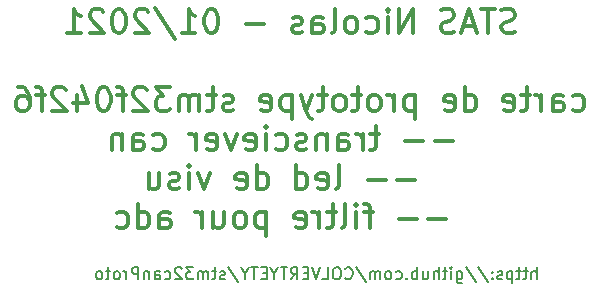
<source format=gbr>
G04 #@! TF.GenerationSoftware,KiCad,Pcbnew,5.1.5+dfsg1-2build2*
G04 #@! TF.CreationDate,2020-12-30T20:24:06+01:00*
G04 #@! TF.ProjectId,stm32f0can,73746d33-3266-4306-9361-6e2e6b696361,rev?*
G04 #@! TF.SameCoordinates,Original*
G04 #@! TF.FileFunction,Legend,Bot*
G04 #@! TF.FilePolarity,Positive*
%FSLAX46Y46*%
G04 Gerber Fmt 4.6, Leading zero omitted, Abs format (unit mm)*
G04 Created by KiCad (PCBNEW 5.1.5+dfsg1-2build2) date 2020-12-30 20:24:06*
%MOMM*%
%LPD*%
G04 APERTURE LIST*
%ADD10C,0.150000*%
%ADD11C,0.300000*%
G04 APERTURE END LIST*
D10*
X149556047Y-127299980D02*
X149556047Y-126299980D01*
X149127476Y-127299980D02*
X149127476Y-126776171D01*
X149175095Y-126680933D01*
X149270333Y-126633314D01*
X149413190Y-126633314D01*
X149508428Y-126680933D01*
X149556047Y-126728552D01*
X148794142Y-126633314D02*
X148413190Y-126633314D01*
X148651285Y-126299980D02*
X148651285Y-127157123D01*
X148603666Y-127252361D01*
X148508428Y-127299980D01*
X148413190Y-127299980D01*
X148222714Y-126633314D02*
X147841761Y-126633314D01*
X148079857Y-126299980D02*
X148079857Y-127157123D01*
X148032238Y-127252361D01*
X147937000Y-127299980D01*
X147841761Y-127299980D01*
X147508428Y-126633314D02*
X147508428Y-127633314D01*
X147508428Y-126680933D02*
X147413190Y-126633314D01*
X147222714Y-126633314D01*
X147127476Y-126680933D01*
X147079857Y-126728552D01*
X147032238Y-126823790D01*
X147032238Y-127109504D01*
X147079857Y-127204742D01*
X147127476Y-127252361D01*
X147222714Y-127299980D01*
X147413190Y-127299980D01*
X147508428Y-127252361D01*
X146651285Y-127252361D02*
X146556047Y-127299980D01*
X146365571Y-127299980D01*
X146270333Y-127252361D01*
X146222714Y-127157123D01*
X146222714Y-127109504D01*
X146270333Y-127014266D01*
X146365571Y-126966647D01*
X146508428Y-126966647D01*
X146603666Y-126919028D01*
X146651285Y-126823790D01*
X146651285Y-126776171D01*
X146603666Y-126680933D01*
X146508428Y-126633314D01*
X146365571Y-126633314D01*
X146270333Y-126680933D01*
X145794142Y-127204742D02*
X145746523Y-127252361D01*
X145794142Y-127299980D01*
X145841761Y-127252361D01*
X145794142Y-127204742D01*
X145794142Y-127299980D01*
X145794142Y-126680933D02*
X145746523Y-126728552D01*
X145794142Y-126776171D01*
X145841761Y-126728552D01*
X145794142Y-126680933D01*
X145794142Y-126776171D01*
X144603666Y-126252361D02*
X145460809Y-127538076D01*
X143556047Y-126252361D02*
X144413190Y-127538076D01*
X142794142Y-126633314D02*
X142794142Y-127442838D01*
X142841761Y-127538076D01*
X142889380Y-127585695D01*
X142984619Y-127633314D01*
X143127476Y-127633314D01*
X143222714Y-127585695D01*
X142794142Y-127252361D02*
X142889380Y-127299980D01*
X143079857Y-127299980D01*
X143175095Y-127252361D01*
X143222714Y-127204742D01*
X143270333Y-127109504D01*
X143270333Y-126823790D01*
X143222714Y-126728552D01*
X143175095Y-126680933D01*
X143079857Y-126633314D01*
X142889380Y-126633314D01*
X142794142Y-126680933D01*
X142317952Y-127299980D02*
X142317952Y-126633314D01*
X142317952Y-126299980D02*
X142365571Y-126347600D01*
X142317952Y-126395219D01*
X142270333Y-126347600D01*
X142317952Y-126299980D01*
X142317952Y-126395219D01*
X141984619Y-126633314D02*
X141603666Y-126633314D01*
X141841761Y-126299980D02*
X141841761Y-127157123D01*
X141794142Y-127252361D01*
X141698904Y-127299980D01*
X141603666Y-127299980D01*
X141270333Y-127299980D02*
X141270333Y-126299980D01*
X140841761Y-127299980D02*
X140841761Y-126776171D01*
X140889380Y-126680933D01*
X140984619Y-126633314D01*
X141127476Y-126633314D01*
X141222714Y-126680933D01*
X141270333Y-126728552D01*
X139937000Y-126633314D02*
X139937000Y-127299980D01*
X140365571Y-126633314D02*
X140365571Y-127157123D01*
X140317952Y-127252361D01*
X140222714Y-127299980D01*
X140079857Y-127299980D01*
X139984619Y-127252361D01*
X139937000Y-127204742D01*
X139460809Y-127299980D02*
X139460809Y-126299980D01*
X139460809Y-126680933D02*
X139365571Y-126633314D01*
X139175095Y-126633314D01*
X139079857Y-126680933D01*
X139032238Y-126728552D01*
X138984619Y-126823790D01*
X138984619Y-127109504D01*
X139032238Y-127204742D01*
X139079857Y-127252361D01*
X139175095Y-127299980D01*
X139365571Y-127299980D01*
X139460809Y-127252361D01*
X138556047Y-127204742D02*
X138508428Y-127252361D01*
X138556047Y-127299980D01*
X138603666Y-127252361D01*
X138556047Y-127204742D01*
X138556047Y-127299980D01*
X137651285Y-127252361D02*
X137746523Y-127299980D01*
X137937000Y-127299980D01*
X138032238Y-127252361D01*
X138079857Y-127204742D01*
X138127476Y-127109504D01*
X138127476Y-126823790D01*
X138079857Y-126728552D01*
X138032238Y-126680933D01*
X137937000Y-126633314D01*
X137746523Y-126633314D01*
X137651285Y-126680933D01*
X137079857Y-127299980D02*
X137175095Y-127252361D01*
X137222714Y-127204742D01*
X137270333Y-127109504D01*
X137270333Y-126823790D01*
X137222714Y-126728552D01*
X137175095Y-126680933D01*
X137079857Y-126633314D01*
X136937000Y-126633314D01*
X136841761Y-126680933D01*
X136794142Y-126728552D01*
X136746523Y-126823790D01*
X136746523Y-127109504D01*
X136794142Y-127204742D01*
X136841761Y-127252361D01*
X136937000Y-127299980D01*
X137079857Y-127299980D01*
X136317952Y-127299980D02*
X136317952Y-126633314D01*
X136317952Y-126728552D02*
X136270333Y-126680933D01*
X136175095Y-126633314D01*
X136032238Y-126633314D01*
X135937000Y-126680933D01*
X135889380Y-126776171D01*
X135889380Y-127299980D01*
X135889380Y-126776171D02*
X135841761Y-126680933D01*
X135746523Y-126633314D01*
X135603666Y-126633314D01*
X135508428Y-126680933D01*
X135460809Y-126776171D01*
X135460809Y-127299980D01*
X134270333Y-126252361D02*
X135127476Y-127538076D01*
X133365571Y-127204742D02*
X133413190Y-127252361D01*
X133556047Y-127299980D01*
X133651285Y-127299980D01*
X133794142Y-127252361D01*
X133889380Y-127157123D01*
X133937000Y-127061885D01*
X133984619Y-126871409D01*
X133984619Y-126728552D01*
X133937000Y-126538076D01*
X133889380Y-126442838D01*
X133794142Y-126347600D01*
X133651285Y-126299980D01*
X133556047Y-126299980D01*
X133413190Y-126347600D01*
X133365571Y-126395219D01*
X132746523Y-126299980D02*
X132556047Y-126299980D01*
X132460809Y-126347600D01*
X132365571Y-126442838D01*
X132317952Y-126633314D01*
X132317952Y-126966647D01*
X132365571Y-127157123D01*
X132460809Y-127252361D01*
X132556047Y-127299980D01*
X132746523Y-127299980D01*
X132841761Y-127252361D01*
X132937000Y-127157123D01*
X132984619Y-126966647D01*
X132984619Y-126633314D01*
X132937000Y-126442838D01*
X132841761Y-126347600D01*
X132746523Y-126299980D01*
X131413190Y-127299980D02*
X131889380Y-127299980D01*
X131889380Y-126299980D01*
X131222714Y-126299980D02*
X130889380Y-127299980D01*
X130556047Y-126299980D01*
X130222714Y-126776171D02*
X129889380Y-126776171D01*
X129746523Y-127299980D02*
X130222714Y-127299980D01*
X130222714Y-126299980D01*
X129746523Y-126299980D01*
X128746523Y-127299980D02*
X129079857Y-126823790D01*
X129317952Y-127299980D02*
X129317952Y-126299980D01*
X128937000Y-126299980D01*
X128841761Y-126347600D01*
X128794142Y-126395219D01*
X128746523Y-126490457D01*
X128746523Y-126633314D01*
X128794142Y-126728552D01*
X128841761Y-126776171D01*
X128937000Y-126823790D01*
X129317952Y-126823790D01*
X128460809Y-126299980D02*
X127889380Y-126299980D01*
X128175095Y-127299980D02*
X128175095Y-126299980D01*
X127365571Y-126823790D02*
X127365571Y-127299980D01*
X127698904Y-126299980D02*
X127365571Y-126823790D01*
X127032238Y-126299980D01*
X126698904Y-126776171D02*
X126365571Y-126776171D01*
X126222714Y-127299980D02*
X126698904Y-127299980D01*
X126698904Y-126299980D01*
X126222714Y-126299980D01*
X125937000Y-126299980D02*
X125365571Y-126299980D01*
X125651285Y-127299980D02*
X125651285Y-126299980D01*
X124841761Y-126823790D02*
X124841761Y-127299980D01*
X125175095Y-126299980D02*
X124841761Y-126823790D01*
X124508428Y-126299980D01*
X123460809Y-126252361D02*
X124317952Y-127538076D01*
X123175095Y-127252361D02*
X123079857Y-127299980D01*
X122889380Y-127299980D01*
X122794142Y-127252361D01*
X122746523Y-127157123D01*
X122746523Y-127109504D01*
X122794142Y-127014266D01*
X122889380Y-126966647D01*
X123032238Y-126966647D01*
X123127476Y-126919028D01*
X123175095Y-126823790D01*
X123175095Y-126776171D01*
X123127476Y-126680933D01*
X123032238Y-126633314D01*
X122889380Y-126633314D01*
X122794142Y-126680933D01*
X122460809Y-126633314D02*
X122079857Y-126633314D01*
X122317952Y-126299980D02*
X122317952Y-127157123D01*
X122270333Y-127252361D01*
X122175095Y-127299980D01*
X122079857Y-127299980D01*
X121746523Y-127299980D02*
X121746523Y-126633314D01*
X121746523Y-126728552D02*
X121698904Y-126680933D01*
X121603666Y-126633314D01*
X121460809Y-126633314D01*
X121365571Y-126680933D01*
X121317952Y-126776171D01*
X121317952Y-127299980D01*
X121317952Y-126776171D02*
X121270333Y-126680933D01*
X121175095Y-126633314D01*
X121032238Y-126633314D01*
X120937000Y-126680933D01*
X120889380Y-126776171D01*
X120889380Y-127299980D01*
X120508428Y-126299980D02*
X119889380Y-126299980D01*
X120222714Y-126680933D01*
X120079857Y-126680933D01*
X119984619Y-126728552D01*
X119937000Y-126776171D01*
X119889380Y-126871409D01*
X119889380Y-127109504D01*
X119937000Y-127204742D01*
X119984619Y-127252361D01*
X120079857Y-127299980D01*
X120365571Y-127299980D01*
X120460809Y-127252361D01*
X120508428Y-127204742D01*
X119508428Y-126395219D02*
X119460809Y-126347600D01*
X119365571Y-126299980D01*
X119127476Y-126299980D01*
X119032238Y-126347600D01*
X118984619Y-126395219D01*
X118937000Y-126490457D01*
X118937000Y-126585695D01*
X118984619Y-126728552D01*
X119556047Y-127299980D01*
X118937000Y-127299980D01*
X118079857Y-127252361D02*
X118175095Y-127299980D01*
X118365571Y-127299980D01*
X118460809Y-127252361D01*
X118508428Y-127204742D01*
X118556047Y-127109504D01*
X118556047Y-126823790D01*
X118508428Y-126728552D01*
X118460809Y-126680933D01*
X118365571Y-126633314D01*
X118175095Y-126633314D01*
X118079857Y-126680933D01*
X117222714Y-127299980D02*
X117222714Y-126776171D01*
X117270333Y-126680933D01*
X117365571Y-126633314D01*
X117556047Y-126633314D01*
X117651285Y-126680933D01*
X117222714Y-127252361D02*
X117317952Y-127299980D01*
X117556047Y-127299980D01*
X117651285Y-127252361D01*
X117698904Y-127157123D01*
X117698904Y-127061885D01*
X117651285Y-126966647D01*
X117556047Y-126919028D01*
X117317952Y-126919028D01*
X117222714Y-126871409D01*
X116746523Y-126633314D02*
X116746523Y-127299980D01*
X116746523Y-126728552D02*
X116698904Y-126680933D01*
X116603666Y-126633314D01*
X116460809Y-126633314D01*
X116365571Y-126680933D01*
X116317952Y-126776171D01*
X116317952Y-127299980D01*
X115841761Y-127299980D02*
X115841761Y-126299980D01*
X115460809Y-126299980D01*
X115365571Y-126347600D01*
X115317952Y-126395219D01*
X115270333Y-126490457D01*
X115270333Y-126633314D01*
X115317952Y-126728552D01*
X115365571Y-126776171D01*
X115460809Y-126823790D01*
X115841761Y-126823790D01*
X114841761Y-127299980D02*
X114841761Y-126633314D01*
X114841761Y-126823790D02*
X114794142Y-126728552D01*
X114746523Y-126680933D01*
X114651285Y-126633314D01*
X114556047Y-126633314D01*
X114079857Y-127299980D02*
X114175095Y-127252361D01*
X114222714Y-127204742D01*
X114270333Y-127109504D01*
X114270333Y-126823790D01*
X114222714Y-126728552D01*
X114175095Y-126680933D01*
X114079857Y-126633314D01*
X113937000Y-126633314D01*
X113841761Y-126680933D01*
X113794142Y-126728552D01*
X113746523Y-126823790D01*
X113746523Y-127109504D01*
X113794142Y-127204742D01*
X113841761Y-127252361D01*
X113937000Y-127299980D01*
X114079857Y-127299980D01*
X113460809Y-126633314D02*
X113079857Y-126633314D01*
X113317952Y-126299980D02*
X113317952Y-127157123D01*
X113270333Y-127252361D01*
X113175095Y-127299980D01*
X113079857Y-127299980D01*
X112603666Y-127299980D02*
X112698904Y-127252361D01*
X112746523Y-127204742D01*
X112794142Y-127109504D01*
X112794142Y-126823790D01*
X112746523Y-126728552D01*
X112698904Y-126680933D01*
X112603666Y-126633314D01*
X112460809Y-126633314D01*
X112365571Y-126680933D01*
X112317952Y-126728552D01*
X112270333Y-126823790D01*
X112270333Y-127109504D01*
X112317952Y-127204742D01*
X112365571Y-127252361D01*
X112460809Y-127299980D01*
X112603666Y-127299980D01*
D11*
X147730380Y-106351523D02*
X147444666Y-106446761D01*
X146968476Y-106446761D01*
X146778000Y-106351523D01*
X146682761Y-106256285D01*
X146587523Y-106065809D01*
X146587523Y-105875333D01*
X146682761Y-105684857D01*
X146778000Y-105589619D01*
X146968476Y-105494380D01*
X147349428Y-105399142D01*
X147539904Y-105303904D01*
X147635142Y-105208666D01*
X147730380Y-105018190D01*
X147730380Y-104827714D01*
X147635142Y-104637238D01*
X147539904Y-104542000D01*
X147349428Y-104446761D01*
X146873238Y-104446761D01*
X146587523Y-104542000D01*
X146016095Y-104446761D02*
X144873238Y-104446761D01*
X145444666Y-106446761D02*
X145444666Y-104446761D01*
X144301809Y-105875333D02*
X143349428Y-105875333D01*
X144492285Y-106446761D02*
X143825619Y-104446761D01*
X143158952Y-106446761D01*
X142587523Y-106351523D02*
X142301809Y-106446761D01*
X141825619Y-106446761D01*
X141635142Y-106351523D01*
X141539904Y-106256285D01*
X141444666Y-106065809D01*
X141444666Y-105875333D01*
X141539904Y-105684857D01*
X141635142Y-105589619D01*
X141825619Y-105494380D01*
X142206571Y-105399142D01*
X142397047Y-105303904D01*
X142492285Y-105208666D01*
X142587523Y-105018190D01*
X142587523Y-104827714D01*
X142492285Y-104637238D01*
X142397047Y-104542000D01*
X142206571Y-104446761D01*
X141730380Y-104446761D01*
X141444666Y-104542000D01*
X139063714Y-106446761D02*
X139063714Y-104446761D01*
X137920857Y-106446761D01*
X137920857Y-104446761D01*
X136968476Y-106446761D02*
X136968476Y-105113428D01*
X136968476Y-104446761D02*
X137063714Y-104542000D01*
X136968476Y-104637238D01*
X136873238Y-104542000D01*
X136968476Y-104446761D01*
X136968476Y-104637238D01*
X135158952Y-106351523D02*
X135349428Y-106446761D01*
X135730380Y-106446761D01*
X135920857Y-106351523D01*
X136016095Y-106256285D01*
X136111333Y-106065809D01*
X136111333Y-105494380D01*
X136016095Y-105303904D01*
X135920857Y-105208666D01*
X135730380Y-105113428D01*
X135349428Y-105113428D01*
X135158952Y-105208666D01*
X134016095Y-106446761D02*
X134206571Y-106351523D01*
X134301809Y-106256285D01*
X134397047Y-106065809D01*
X134397047Y-105494380D01*
X134301809Y-105303904D01*
X134206571Y-105208666D01*
X134016095Y-105113428D01*
X133730380Y-105113428D01*
X133539904Y-105208666D01*
X133444666Y-105303904D01*
X133349428Y-105494380D01*
X133349428Y-106065809D01*
X133444666Y-106256285D01*
X133539904Y-106351523D01*
X133730380Y-106446761D01*
X134016095Y-106446761D01*
X132206571Y-106446761D02*
X132397047Y-106351523D01*
X132492285Y-106161047D01*
X132492285Y-104446761D01*
X130587523Y-106446761D02*
X130587523Y-105399142D01*
X130682761Y-105208666D01*
X130873238Y-105113428D01*
X131254190Y-105113428D01*
X131444666Y-105208666D01*
X130587523Y-106351523D02*
X130778000Y-106446761D01*
X131254190Y-106446761D01*
X131444666Y-106351523D01*
X131539904Y-106161047D01*
X131539904Y-105970571D01*
X131444666Y-105780095D01*
X131254190Y-105684857D01*
X130778000Y-105684857D01*
X130587523Y-105589619D01*
X129730380Y-106351523D02*
X129539904Y-106446761D01*
X129158952Y-106446761D01*
X128968476Y-106351523D01*
X128873238Y-106161047D01*
X128873238Y-106065809D01*
X128968476Y-105875333D01*
X129158952Y-105780095D01*
X129444666Y-105780095D01*
X129635142Y-105684857D01*
X129730380Y-105494380D01*
X129730380Y-105399142D01*
X129635142Y-105208666D01*
X129444666Y-105113428D01*
X129158952Y-105113428D01*
X128968476Y-105208666D01*
X126492285Y-105684857D02*
X124968476Y-105684857D01*
X122111333Y-104446761D02*
X121920857Y-104446761D01*
X121730380Y-104542000D01*
X121635142Y-104637238D01*
X121539904Y-104827714D01*
X121444666Y-105208666D01*
X121444666Y-105684857D01*
X121539904Y-106065809D01*
X121635142Y-106256285D01*
X121730380Y-106351523D01*
X121920857Y-106446761D01*
X122111333Y-106446761D01*
X122301809Y-106351523D01*
X122397047Y-106256285D01*
X122492285Y-106065809D01*
X122587523Y-105684857D01*
X122587523Y-105208666D01*
X122492285Y-104827714D01*
X122397047Y-104637238D01*
X122301809Y-104542000D01*
X122111333Y-104446761D01*
X119539904Y-106446761D02*
X120682761Y-106446761D01*
X120111333Y-106446761D02*
X120111333Y-104446761D01*
X120301809Y-104732476D01*
X120492285Y-104922952D01*
X120682761Y-105018190D01*
X117254190Y-104351523D02*
X118968476Y-106922952D01*
X116682761Y-104637238D02*
X116587523Y-104542000D01*
X116397047Y-104446761D01*
X115920857Y-104446761D01*
X115730380Y-104542000D01*
X115635142Y-104637238D01*
X115539904Y-104827714D01*
X115539904Y-105018190D01*
X115635142Y-105303904D01*
X116778000Y-106446761D01*
X115539904Y-106446761D01*
X114301809Y-104446761D02*
X114111333Y-104446761D01*
X113920857Y-104542000D01*
X113825619Y-104637238D01*
X113730380Y-104827714D01*
X113635142Y-105208666D01*
X113635142Y-105684857D01*
X113730380Y-106065809D01*
X113825619Y-106256285D01*
X113920857Y-106351523D01*
X114111333Y-106446761D01*
X114301809Y-106446761D01*
X114492285Y-106351523D01*
X114587523Y-106256285D01*
X114682761Y-106065809D01*
X114778000Y-105684857D01*
X114778000Y-105208666D01*
X114682761Y-104827714D01*
X114587523Y-104637238D01*
X114492285Y-104542000D01*
X114301809Y-104446761D01*
X112873238Y-104637238D02*
X112778000Y-104542000D01*
X112587523Y-104446761D01*
X112111333Y-104446761D01*
X111920857Y-104542000D01*
X111825619Y-104637238D01*
X111730380Y-104827714D01*
X111730380Y-105018190D01*
X111825619Y-105303904D01*
X112968476Y-106446761D01*
X111730380Y-106446761D01*
X109825619Y-106446761D02*
X110968476Y-106446761D01*
X110397047Y-106446761D02*
X110397047Y-104446761D01*
X110587523Y-104732476D01*
X110778000Y-104922952D01*
X110968476Y-105018190D01*
X152635142Y-112951523D02*
X152825619Y-113046761D01*
X153206571Y-113046761D01*
X153397047Y-112951523D01*
X153492285Y-112856285D01*
X153587523Y-112665809D01*
X153587523Y-112094380D01*
X153492285Y-111903904D01*
X153397047Y-111808666D01*
X153206571Y-111713428D01*
X152825619Y-111713428D01*
X152635142Y-111808666D01*
X150920857Y-113046761D02*
X150920857Y-111999142D01*
X151016095Y-111808666D01*
X151206571Y-111713428D01*
X151587523Y-111713428D01*
X151778000Y-111808666D01*
X150920857Y-112951523D02*
X151111333Y-113046761D01*
X151587523Y-113046761D01*
X151778000Y-112951523D01*
X151873238Y-112761047D01*
X151873238Y-112570571D01*
X151778000Y-112380095D01*
X151587523Y-112284857D01*
X151111333Y-112284857D01*
X150920857Y-112189619D01*
X149968476Y-113046761D02*
X149968476Y-111713428D01*
X149968476Y-112094380D02*
X149873238Y-111903904D01*
X149778000Y-111808666D01*
X149587523Y-111713428D01*
X149397047Y-111713428D01*
X149016095Y-111713428D02*
X148254190Y-111713428D01*
X148730380Y-111046761D02*
X148730380Y-112761047D01*
X148635142Y-112951523D01*
X148444666Y-113046761D01*
X148254190Y-113046761D01*
X146825619Y-112951523D02*
X147016095Y-113046761D01*
X147397047Y-113046761D01*
X147587523Y-112951523D01*
X147682761Y-112761047D01*
X147682761Y-111999142D01*
X147587523Y-111808666D01*
X147397047Y-111713428D01*
X147016095Y-111713428D01*
X146825619Y-111808666D01*
X146730380Y-111999142D01*
X146730380Y-112189619D01*
X147682761Y-112380095D01*
X143492285Y-113046761D02*
X143492285Y-111046761D01*
X143492285Y-112951523D02*
X143682761Y-113046761D01*
X144063714Y-113046761D01*
X144254190Y-112951523D01*
X144349428Y-112856285D01*
X144444666Y-112665809D01*
X144444666Y-112094380D01*
X144349428Y-111903904D01*
X144254190Y-111808666D01*
X144063714Y-111713428D01*
X143682761Y-111713428D01*
X143492285Y-111808666D01*
X141778000Y-112951523D02*
X141968476Y-113046761D01*
X142349428Y-113046761D01*
X142539904Y-112951523D01*
X142635142Y-112761047D01*
X142635142Y-111999142D01*
X142539904Y-111808666D01*
X142349428Y-111713428D01*
X141968476Y-111713428D01*
X141778000Y-111808666D01*
X141682761Y-111999142D01*
X141682761Y-112189619D01*
X142635142Y-112380095D01*
X139301809Y-111713428D02*
X139301809Y-113713428D01*
X139301809Y-111808666D02*
X139111333Y-111713428D01*
X138730380Y-111713428D01*
X138539904Y-111808666D01*
X138444666Y-111903904D01*
X138349428Y-112094380D01*
X138349428Y-112665809D01*
X138444666Y-112856285D01*
X138539904Y-112951523D01*
X138730380Y-113046761D01*
X139111333Y-113046761D01*
X139301809Y-112951523D01*
X137492285Y-113046761D02*
X137492285Y-111713428D01*
X137492285Y-112094380D02*
X137397047Y-111903904D01*
X137301809Y-111808666D01*
X137111333Y-111713428D01*
X136920857Y-111713428D01*
X135968476Y-113046761D02*
X136158952Y-112951523D01*
X136254190Y-112856285D01*
X136349428Y-112665809D01*
X136349428Y-112094380D01*
X136254190Y-111903904D01*
X136158952Y-111808666D01*
X135968476Y-111713428D01*
X135682761Y-111713428D01*
X135492285Y-111808666D01*
X135397047Y-111903904D01*
X135301809Y-112094380D01*
X135301809Y-112665809D01*
X135397047Y-112856285D01*
X135492285Y-112951523D01*
X135682761Y-113046761D01*
X135968476Y-113046761D01*
X134730380Y-111713428D02*
X133968476Y-111713428D01*
X134444666Y-111046761D02*
X134444666Y-112761047D01*
X134349428Y-112951523D01*
X134158952Y-113046761D01*
X133968476Y-113046761D01*
X133016095Y-113046761D02*
X133206571Y-112951523D01*
X133301809Y-112856285D01*
X133397047Y-112665809D01*
X133397047Y-112094380D01*
X133301809Y-111903904D01*
X133206571Y-111808666D01*
X133016095Y-111713428D01*
X132730380Y-111713428D01*
X132539904Y-111808666D01*
X132444666Y-111903904D01*
X132349428Y-112094380D01*
X132349428Y-112665809D01*
X132444666Y-112856285D01*
X132539904Y-112951523D01*
X132730380Y-113046761D01*
X133016095Y-113046761D01*
X131778000Y-111713428D02*
X131016095Y-111713428D01*
X131492285Y-111046761D02*
X131492285Y-112761047D01*
X131397047Y-112951523D01*
X131206571Y-113046761D01*
X131016095Y-113046761D01*
X130539904Y-111713428D02*
X130063714Y-113046761D01*
X129587523Y-111713428D02*
X130063714Y-113046761D01*
X130254190Y-113522952D01*
X130349428Y-113618190D01*
X130539904Y-113713428D01*
X128825619Y-111713428D02*
X128825619Y-113713428D01*
X128825619Y-111808666D02*
X128635142Y-111713428D01*
X128254190Y-111713428D01*
X128063714Y-111808666D01*
X127968476Y-111903904D01*
X127873238Y-112094380D01*
X127873238Y-112665809D01*
X127968476Y-112856285D01*
X128063714Y-112951523D01*
X128254190Y-113046761D01*
X128635142Y-113046761D01*
X128825619Y-112951523D01*
X126254190Y-112951523D02*
X126444666Y-113046761D01*
X126825619Y-113046761D01*
X127016095Y-112951523D01*
X127111333Y-112761047D01*
X127111333Y-111999142D01*
X127016095Y-111808666D01*
X126825619Y-111713428D01*
X126444666Y-111713428D01*
X126254190Y-111808666D01*
X126158952Y-111999142D01*
X126158952Y-112189619D01*
X127111333Y-112380095D01*
X123873238Y-112951523D02*
X123682761Y-113046761D01*
X123301809Y-113046761D01*
X123111333Y-112951523D01*
X123016095Y-112761047D01*
X123016095Y-112665809D01*
X123111333Y-112475333D01*
X123301809Y-112380095D01*
X123587523Y-112380095D01*
X123778000Y-112284857D01*
X123873238Y-112094380D01*
X123873238Y-111999142D01*
X123778000Y-111808666D01*
X123587523Y-111713428D01*
X123301809Y-111713428D01*
X123111333Y-111808666D01*
X122444666Y-111713428D02*
X121682761Y-111713428D01*
X122158952Y-111046761D02*
X122158952Y-112761047D01*
X122063714Y-112951523D01*
X121873238Y-113046761D01*
X121682761Y-113046761D01*
X121016095Y-113046761D02*
X121016095Y-111713428D01*
X121016095Y-111903904D02*
X120920857Y-111808666D01*
X120730380Y-111713428D01*
X120444666Y-111713428D01*
X120254190Y-111808666D01*
X120158952Y-111999142D01*
X120158952Y-113046761D01*
X120158952Y-111999142D02*
X120063714Y-111808666D01*
X119873238Y-111713428D01*
X119587523Y-111713428D01*
X119397047Y-111808666D01*
X119301809Y-111999142D01*
X119301809Y-113046761D01*
X118539904Y-111046761D02*
X117301809Y-111046761D01*
X117968476Y-111808666D01*
X117682761Y-111808666D01*
X117492285Y-111903904D01*
X117397047Y-111999142D01*
X117301809Y-112189619D01*
X117301809Y-112665809D01*
X117397047Y-112856285D01*
X117492285Y-112951523D01*
X117682761Y-113046761D01*
X118254190Y-113046761D01*
X118444666Y-112951523D01*
X118539904Y-112856285D01*
X116539904Y-111237238D02*
X116444666Y-111142000D01*
X116254190Y-111046761D01*
X115778000Y-111046761D01*
X115587523Y-111142000D01*
X115492285Y-111237238D01*
X115397047Y-111427714D01*
X115397047Y-111618190D01*
X115492285Y-111903904D01*
X116635142Y-113046761D01*
X115397047Y-113046761D01*
X114825619Y-111713428D02*
X114063714Y-111713428D01*
X114539904Y-113046761D02*
X114539904Y-111332476D01*
X114444666Y-111142000D01*
X114254190Y-111046761D01*
X114063714Y-111046761D01*
X113016095Y-111046761D02*
X112825619Y-111046761D01*
X112635142Y-111142000D01*
X112539904Y-111237238D01*
X112444666Y-111427714D01*
X112349428Y-111808666D01*
X112349428Y-112284857D01*
X112444666Y-112665809D01*
X112539904Y-112856285D01*
X112635142Y-112951523D01*
X112825619Y-113046761D01*
X113016095Y-113046761D01*
X113206571Y-112951523D01*
X113301809Y-112856285D01*
X113397047Y-112665809D01*
X113492285Y-112284857D01*
X113492285Y-111808666D01*
X113397047Y-111427714D01*
X113301809Y-111237238D01*
X113206571Y-111142000D01*
X113016095Y-111046761D01*
X110635142Y-111713428D02*
X110635142Y-113046761D01*
X111111333Y-110951523D02*
X111587523Y-112380095D01*
X110349428Y-112380095D01*
X109682761Y-111237238D02*
X109587523Y-111142000D01*
X109397047Y-111046761D01*
X108920857Y-111046761D01*
X108730380Y-111142000D01*
X108635142Y-111237238D01*
X108539904Y-111427714D01*
X108539904Y-111618190D01*
X108635142Y-111903904D01*
X109778000Y-113046761D01*
X108539904Y-113046761D01*
X107968476Y-111713428D02*
X107206571Y-111713428D01*
X107682761Y-113046761D02*
X107682761Y-111332476D01*
X107587523Y-111142000D01*
X107397047Y-111046761D01*
X107206571Y-111046761D01*
X105682761Y-111046761D02*
X106063714Y-111046761D01*
X106254190Y-111142000D01*
X106349428Y-111237238D01*
X106539904Y-111522952D01*
X106635142Y-111903904D01*
X106635142Y-112665809D01*
X106539904Y-112856285D01*
X106444666Y-112951523D01*
X106254190Y-113046761D01*
X105873238Y-113046761D01*
X105682761Y-112951523D01*
X105587523Y-112856285D01*
X105492285Y-112665809D01*
X105492285Y-112189619D01*
X105587523Y-111999142D01*
X105682761Y-111903904D01*
X105873238Y-111808666D01*
X106254190Y-111808666D01*
X106444666Y-111903904D01*
X106539904Y-111999142D01*
X106635142Y-112189619D01*
X142444666Y-115584857D02*
X140920857Y-115584857D01*
X139968476Y-115584857D02*
X138444666Y-115584857D01*
X136254190Y-115013428D02*
X135492285Y-115013428D01*
X135968476Y-114346761D02*
X135968476Y-116061047D01*
X135873238Y-116251523D01*
X135682761Y-116346761D01*
X135492285Y-116346761D01*
X134825619Y-116346761D02*
X134825619Y-115013428D01*
X134825619Y-115394380D02*
X134730380Y-115203904D01*
X134635142Y-115108666D01*
X134444666Y-115013428D01*
X134254190Y-115013428D01*
X132730380Y-116346761D02*
X132730380Y-115299142D01*
X132825619Y-115108666D01*
X133016095Y-115013428D01*
X133397047Y-115013428D01*
X133587523Y-115108666D01*
X132730380Y-116251523D02*
X132920857Y-116346761D01*
X133397047Y-116346761D01*
X133587523Y-116251523D01*
X133682761Y-116061047D01*
X133682761Y-115870571D01*
X133587523Y-115680095D01*
X133397047Y-115584857D01*
X132920857Y-115584857D01*
X132730380Y-115489619D01*
X131778000Y-115013428D02*
X131778000Y-116346761D01*
X131778000Y-115203904D02*
X131682761Y-115108666D01*
X131492285Y-115013428D01*
X131206571Y-115013428D01*
X131016095Y-115108666D01*
X130920857Y-115299142D01*
X130920857Y-116346761D01*
X130063714Y-116251523D02*
X129873238Y-116346761D01*
X129492285Y-116346761D01*
X129301809Y-116251523D01*
X129206571Y-116061047D01*
X129206571Y-115965809D01*
X129301809Y-115775333D01*
X129492285Y-115680095D01*
X129778000Y-115680095D01*
X129968476Y-115584857D01*
X130063714Y-115394380D01*
X130063714Y-115299142D01*
X129968476Y-115108666D01*
X129778000Y-115013428D01*
X129492285Y-115013428D01*
X129301809Y-115108666D01*
X127492285Y-116251523D02*
X127682761Y-116346761D01*
X128063714Y-116346761D01*
X128254190Y-116251523D01*
X128349428Y-116156285D01*
X128444666Y-115965809D01*
X128444666Y-115394380D01*
X128349428Y-115203904D01*
X128254190Y-115108666D01*
X128063714Y-115013428D01*
X127682761Y-115013428D01*
X127492285Y-115108666D01*
X126635142Y-116346761D02*
X126635142Y-115013428D01*
X126635142Y-114346761D02*
X126730380Y-114442000D01*
X126635142Y-114537238D01*
X126539904Y-114442000D01*
X126635142Y-114346761D01*
X126635142Y-114537238D01*
X124920857Y-116251523D02*
X125111333Y-116346761D01*
X125492285Y-116346761D01*
X125682761Y-116251523D01*
X125778000Y-116061047D01*
X125778000Y-115299142D01*
X125682761Y-115108666D01*
X125492285Y-115013428D01*
X125111333Y-115013428D01*
X124920857Y-115108666D01*
X124825619Y-115299142D01*
X124825619Y-115489619D01*
X125778000Y-115680095D01*
X124158952Y-115013428D02*
X123682761Y-116346761D01*
X123206571Y-115013428D01*
X121682761Y-116251523D02*
X121873238Y-116346761D01*
X122254190Y-116346761D01*
X122444666Y-116251523D01*
X122539904Y-116061047D01*
X122539904Y-115299142D01*
X122444666Y-115108666D01*
X122254190Y-115013428D01*
X121873238Y-115013428D01*
X121682761Y-115108666D01*
X121587523Y-115299142D01*
X121587523Y-115489619D01*
X122539904Y-115680095D01*
X120730380Y-116346761D02*
X120730380Y-115013428D01*
X120730380Y-115394380D02*
X120635142Y-115203904D01*
X120539904Y-115108666D01*
X120349428Y-115013428D01*
X120158952Y-115013428D01*
X117111333Y-116251523D02*
X117301809Y-116346761D01*
X117682761Y-116346761D01*
X117873238Y-116251523D01*
X117968476Y-116156285D01*
X118063714Y-115965809D01*
X118063714Y-115394380D01*
X117968476Y-115203904D01*
X117873238Y-115108666D01*
X117682761Y-115013428D01*
X117301809Y-115013428D01*
X117111333Y-115108666D01*
X115397047Y-116346761D02*
X115397047Y-115299142D01*
X115492285Y-115108666D01*
X115682761Y-115013428D01*
X116063714Y-115013428D01*
X116254190Y-115108666D01*
X115397047Y-116251523D02*
X115587523Y-116346761D01*
X116063714Y-116346761D01*
X116254190Y-116251523D01*
X116349428Y-116061047D01*
X116349428Y-115870571D01*
X116254190Y-115680095D01*
X116063714Y-115584857D01*
X115587523Y-115584857D01*
X115397047Y-115489619D01*
X114444666Y-115013428D02*
X114444666Y-116346761D01*
X114444666Y-115203904D02*
X114349428Y-115108666D01*
X114158952Y-115013428D01*
X113873238Y-115013428D01*
X113682761Y-115108666D01*
X113587523Y-115299142D01*
X113587523Y-116346761D01*
X139301809Y-118884857D02*
X137778000Y-118884857D01*
X136825619Y-118884857D02*
X135301809Y-118884857D01*
X132539904Y-119646761D02*
X132730380Y-119551523D01*
X132825619Y-119361047D01*
X132825619Y-117646761D01*
X131016095Y-119551523D02*
X131206571Y-119646761D01*
X131587523Y-119646761D01*
X131778000Y-119551523D01*
X131873238Y-119361047D01*
X131873238Y-118599142D01*
X131778000Y-118408666D01*
X131587523Y-118313428D01*
X131206571Y-118313428D01*
X131016095Y-118408666D01*
X130920857Y-118599142D01*
X130920857Y-118789619D01*
X131873238Y-118980095D01*
X129206571Y-119646761D02*
X129206571Y-117646761D01*
X129206571Y-119551523D02*
X129397047Y-119646761D01*
X129778000Y-119646761D01*
X129968476Y-119551523D01*
X130063714Y-119456285D01*
X130158952Y-119265809D01*
X130158952Y-118694380D01*
X130063714Y-118503904D01*
X129968476Y-118408666D01*
X129778000Y-118313428D01*
X129397047Y-118313428D01*
X129206571Y-118408666D01*
X125873238Y-119646761D02*
X125873238Y-117646761D01*
X125873238Y-119551523D02*
X126063714Y-119646761D01*
X126444666Y-119646761D01*
X126635142Y-119551523D01*
X126730380Y-119456285D01*
X126825619Y-119265809D01*
X126825619Y-118694380D01*
X126730380Y-118503904D01*
X126635142Y-118408666D01*
X126444666Y-118313428D01*
X126063714Y-118313428D01*
X125873238Y-118408666D01*
X124158952Y-119551523D02*
X124349428Y-119646761D01*
X124730380Y-119646761D01*
X124920857Y-119551523D01*
X125016095Y-119361047D01*
X125016095Y-118599142D01*
X124920857Y-118408666D01*
X124730380Y-118313428D01*
X124349428Y-118313428D01*
X124158952Y-118408666D01*
X124063714Y-118599142D01*
X124063714Y-118789619D01*
X125016095Y-118980095D01*
X121873238Y-118313428D02*
X121397047Y-119646761D01*
X120920857Y-118313428D01*
X120158952Y-119646761D02*
X120158952Y-118313428D01*
X120158952Y-117646761D02*
X120254190Y-117742000D01*
X120158952Y-117837238D01*
X120063714Y-117742000D01*
X120158952Y-117646761D01*
X120158952Y-117837238D01*
X119301809Y-119551523D02*
X119111333Y-119646761D01*
X118730380Y-119646761D01*
X118539904Y-119551523D01*
X118444666Y-119361047D01*
X118444666Y-119265809D01*
X118539904Y-119075333D01*
X118730380Y-118980095D01*
X119016095Y-118980095D01*
X119206571Y-118884857D01*
X119301809Y-118694380D01*
X119301809Y-118599142D01*
X119206571Y-118408666D01*
X119016095Y-118313428D01*
X118730380Y-118313428D01*
X118539904Y-118408666D01*
X116730380Y-118313428D02*
X116730380Y-119646761D01*
X117587523Y-118313428D02*
X117587523Y-119361047D01*
X117492285Y-119551523D01*
X117301809Y-119646761D01*
X117016095Y-119646761D01*
X116825619Y-119551523D01*
X116730380Y-119456285D01*
X141920857Y-122184857D02*
X140397047Y-122184857D01*
X139444666Y-122184857D02*
X137920857Y-122184857D01*
X135730380Y-121613428D02*
X134968476Y-121613428D01*
X135444666Y-122946761D02*
X135444666Y-121232476D01*
X135349428Y-121042000D01*
X135158952Y-120946761D01*
X134968476Y-120946761D01*
X134301809Y-122946761D02*
X134301809Y-121613428D01*
X134301809Y-120946761D02*
X134397047Y-121042000D01*
X134301809Y-121137238D01*
X134206571Y-121042000D01*
X134301809Y-120946761D01*
X134301809Y-121137238D01*
X133063714Y-122946761D02*
X133254190Y-122851523D01*
X133349428Y-122661047D01*
X133349428Y-120946761D01*
X132587523Y-121613428D02*
X131825619Y-121613428D01*
X132301809Y-120946761D02*
X132301809Y-122661047D01*
X132206571Y-122851523D01*
X132016095Y-122946761D01*
X131825619Y-122946761D01*
X131158952Y-122946761D02*
X131158952Y-121613428D01*
X131158952Y-121994380D02*
X131063714Y-121803904D01*
X130968476Y-121708666D01*
X130778000Y-121613428D01*
X130587523Y-121613428D01*
X129158952Y-122851523D02*
X129349428Y-122946761D01*
X129730380Y-122946761D01*
X129920857Y-122851523D01*
X130016095Y-122661047D01*
X130016095Y-121899142D01*
X129920857Y-121708666D01*
X129730380Y-121613428D01*
X129349428Y-121613428D01*
X129158952Y-121708666D01*
X129063714Y-121899142D01*
X129063714Y-122089619D01*
X130016095Y-122280095D01*
X126682761Y-121613428D02*
X126682761Y-123613428D01*
X126682761Y-121708666D02*
X126492285Y-121613428D01*
X126111333Y-121613428D01*
X125920857Y-121708666D01*
X125825619Y-121803904D01*
X125730380Y-121994380D01*
X125730380Y-122565809D01*
X125825619Y-122756285D01*
X125920857Y-122851523D01*
X126111333Y-122946761D01*
X126492285Y-122946761D01*
X126682761Y-122851523D01*
X124587523Y-122946761D02*
X124778000Y-122851523D01*
X124873238Y-122756285D01*
X124968476Y-122565809D01*
X124968476Y-121994380D01*
X124873238Y-121803904D01*
X124778000Y-121708666D01*
X124587523Y-121613428D01*
X124301809Y-121613428D01*
X124111333Y-121708666D01*
X124016095Y-121803904D01*
X123920857Y-121994380D01*
X123920857Y-122565809D01*
X124016095Y-122756285D01*
X124111333Y-122851523D01*
X124301809Y-122946761D01*
X124587523Y-122946761D01*
X122206571Y-121613428D02*
X122206571Y-122946761D01*
X123063714Y-121613428D02*
X123063714Y-122661047D01*
X122968476Y-122851523D01*
X122778000Y-122946761D01*
X122492285Y-122946761D01*
X122301809Y-122851523D01*
X122206571Y-122756285D01*
X121254190Y-122946761D02*
X121254190Y-121613428D01*
X121254190Y-121994380D02*
X121158952Y-121803904D01*
X121063714Y-121708666D01*
X120873238Y-121613428D01*
X120682761Y-121613428D01*
X117635142Y-122946761D02*
X117635142Y-121899142D01*
X117730380Y-121708666D01*
X117920857Y-121613428D01*
X118301809Y-121613428D01*
X118492285Y-121708666D01*
X117635142Y-122851523D02*
X117825619Y-122946761D01*
X118301809Y-122946761D01*
X118492285Y-122851523D01*
X118587523Y-122661047D01*
X118587523Y-122470571D01*
X118492285Y-122280095D01*
X118301809Y-122184857D01*
X117825619Y-122184857D01*
X117635142Y-122089619D01*
X115825619Y-122946761D02*
X115825619Y-120946761D01*
X115825619Y-122851523D02*
X116016095Y-122946761D01*
X116397047Y-122946761D01*
X116587523Y-122851523D01*
X116682761Y-122756285D01*
X116778000Y-122565809D01*
X116778000Y-121994380D01*
X116682761Y-121803904D01*
X116587523Y-121708666D01*
X116397047Y-121613428D01*
X116016095Y-121613428D01*
X115825619Y-121708666D01*
X114016095Y-122851523D02*
X114206571Y-122946761D01*
X114587523Y-122946761D01*
X114778000Y-122851523D01*
X114873238Y-122756285D01*
X114968476Y-122565809D01*
X114968476Y-121994380D01*
X114873238Y-121803904D01*
X114778000Y-121708666D01*
X114587523Y-121613428D01*
X114206571Y-121613428D01*
X114016095Y-121708666D01*
M02*

</source>
